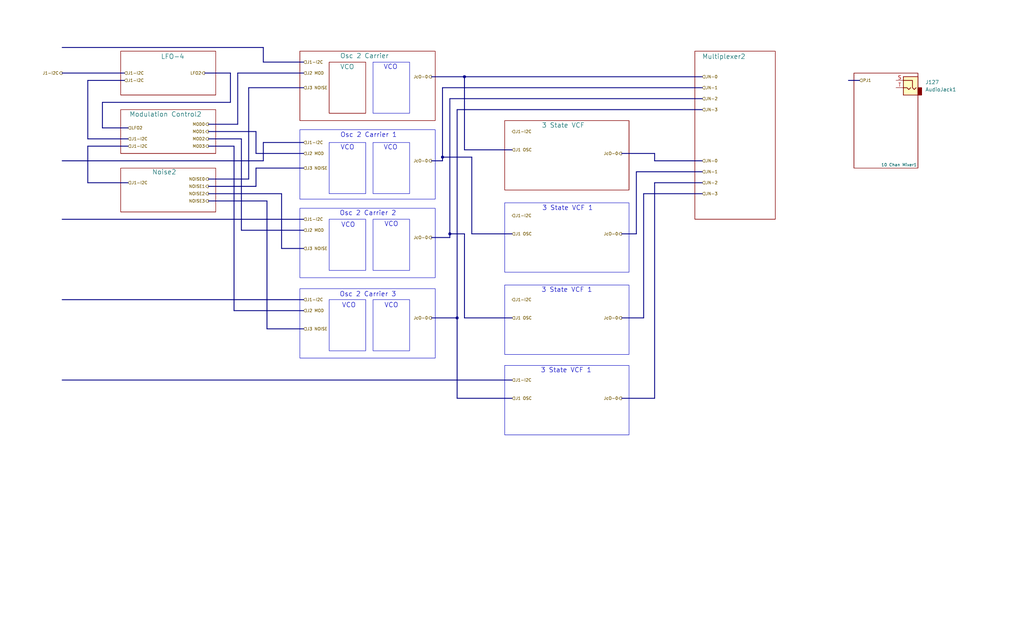
<source format=kicad_sch>
(kicad_sch
	(version 20250114)
	(generator "eeschema")
	(generator_version "9.0")
	(uuid "52f89f15-738b-44ea-b3f6-97e0aaa596b8")
	(paper "USLegal")
	(lib_symbols
		(symbol "Connector:AudioJack2"
			(exclude_from_sim no)
			(in_bom yes)
			(on_board yes)
			(property "Reference" "J"
				(at 0 8.89 0)
				(effects
					(font
						(size 1.27 1.27)
					)
				)
			)
			(property "Value" "AudioJack2"
				(at 0 6.35 0)
				(effects
					(font
						(size 1.27 1.27)
					)
				)
			)
			(property "Footprint" ""
				(at 0 0 0)
				(effects
					(font
						(size 1.27 1.27)
					)
					(hide yes)
				)
			)
			(property "Datasheet" "~"
				(at 0 0 0)
				(effects
					(font
						(size 1.27 1.27)
					)
					(hide yes)
				)
			)
			(property "Description" "Audio Jack, 2 Poles (Mono / TS)"
				(at 0 0 0)
				(effects
					(font
						(size 1.27 1.27)
					)
					(hide yes)
				)
			)
			(property "ki_keywords" "audio jack receptacle mono phone headphone TS connector"
				(at 0 0 0)
				(effects
					(font
						(size 1.27 1.27)
					)
					(hide yes)
				)
			)
			(property "ki_fp_filters" "Jack*"
				(at 0 0 0)
				(effects
					(font
						(size 1.27 1.27)
					)
					(hide yes)
				)
			)
			(symbol "AudioJack2_0_1"
				(rectangle
					(start -3.81 0)
					(end -2.54 -2.54)
					(stroke
						(width 0.254)
						(type default)
					)
					(fill
						(type outline)
					)
				)
				(rectangle
					(start -2.54 3.81)
					(end 2.54 -2.54)
					(stroke
						(width 0.254)
						(type default)
					)
					(fill
						(type background)
					)
				)
				(polyline
					(pts
						(xy 0 0) (xy 0.635 -0.635) (xy 1.27 0) (xy 2.54 0)
					)
					(stroke
						(width 0.254)
						(type default)
					)
					(fill
						(type none)
					)
				)
				(polyline
					(pts
						(xy 2.54 2.54) (xy -0.635 2.54) (xy -0.635 0) (xy -1.27 -0.635) (xy -1.905 0)
					)
					(stroke
						(width 0.254)
						(type default)
					)
					(fill
						(type none)
					)
				)
			)
			(symbol "AudioJack2_1_1"
				(pin passive line
					(at 5.08 2.54 180)
					(length 2.54)
					(name "~"
						(effects
							(font
								(size 1.27 1.27)
							)
						)
					)
					(number "S"
						(effects
							(font
								(size 1.27 1.27)
							)
						)
					)
				)
				(pin passive line
					(at 5.08 0 180)
					(length 2.54)
					(name "~"
						(effects
							(font
								(size 1.27 1.27)
							)
						)
					)
					(number "T"
						(effects
							(font
								(size 1.27 1.27)
							)
						)
					)
				)
			)
			(embedded_fonts no)
		)
	)
	(rectangle
		(start 175.26 99.06)
		(end 218.44 123.19)
		(stroke
			(width 0)
			(type default)
		)
		(fill
			(type none)
		)
		(uuid 06bafebf-7b34-4465-a7fd-d820820038f9)
	)
	(rectangle
		(start 129.54 49.53)
		(end 142.24 67.31)
		(stroke
			(width 0)
			(type default)
		)
		(fill
			(type none)
		)
		(uuid 1d74317b-7a11-4034-ae81-96a27b92dfe8)
	)
	(rectangle
		(start 114.3 104.14)
		(end 127 121.92)
		(stroke
			(width 0)
			(type default)
		)
		(fill
			(type none)
		)
		(uuid 2047de3e-6b25-420d-afcd-ad8c13bb3601)
	)
	(rectangle
		(start 129.54 104.14)
		(end 142.24 121.92)
		(stroke
			(width 0)
			(type default)
		)
		(fill
			(type none)
		)
		(uuid 4a17f56d-15e7-47f2-ad8a-ccbc61cdfea5)
	)
	(rectangle
		(start 129.54 76.2)
		(end 142.24 93.98)
		(stroke
			(width 0)
			(type default)
		)
		(fill
			(type none)
		)
		(uuid 760cf72b-5741-4b72-b5de-2aeaecb926f2)
	)
	(rectangle
		(start 175.26 70.485)
		(end 218.44 94.615)
		(stroke
			(width 0)
			(type default)
		)
		(fill
			(type none)
		)
		(uuid 7cc3ba2a-5017-4f76-95b5-424d1c11b366)
	)
	(rectangle
		(start 104.14 45.085)
		(end 151.13 69.215)
		(stroke
			(width 0)
			(type default)
		)
		(fill
			(type none)
		)
		(uuid 9634f89f-9562-4227-9ffa-42d1d936c177)
	)
	(rectangle
		(start 104.14 100.33)
		(end 151.13 124.46)
		(stroke
			(width 0)
			(type default)
		)
		(fill
			(type none)
		)
		(uuid 9da53a98-c756-411c-9ba0-0c5d64a8d604)
	)
	(rectangle
		(start 104.14 72.39)
		(end 151.13 96.52)
		(stroke
			(width 0)
			(type default)
		)
		(fill
			(type none)
		)
		(uuid a5a93ac0-1d96-41de-a2c7-e8ba29d3cd83)
	)
	(rectangle
		(start 129.54 21.59)
		(end 142.24 39.37)
		(stroke
			(width 0)
			(type default)
		)
		(fill
			(type none)
		)
		(uuid b76838f3-2b60-4a0e-b10b-583301d69ca0)
	)
	(rectangle
		(start 114.3 76.2)
		(end 127 93.98)
		(stroke
			(width 0)
			(type default)
		)
		(fill
			(type none)
		)
		(uuid cfbcad59-776c-4acd-bf44-413e9d1c6ce4)
	)
	(rectangle
		(start 114.3 49.53)
		(end 127 67.31)
		(stroke
			(width 0)
			(type default)
		)
		(fill
			(type none)
		)
		(uuid d272d6e2-725d-4ea7-92a8-ccea4db9c622)
	)
	(rectangle
		(start 175.26 127)
		(end 218.44 151.13)
		(stroke
			(width 0)
			(type default)
		)
		(fill
			(type none)
		)
		(uuid ec48170a-5d75-4f7a-988e-d6996bc968ec)
	)
	(text "VCO"
		(exclude_from_sim no)
		(at 120.65 51.308 0)
		(effects
			(font
				(size 1.6256 1.6256)
			)
		)
		(uuid "20676c54-f4d7-493d-b388-ebb07fe35721")
	)
	(text "Osc 2 Carrier 2"
		(exclude_from_sim no)
		(at 127.762 74.168 0)
		(effects
			(font
				(size 1.6256 1.6256)
			)
		)
		(uuid "35f39407-1a6e-4845-8234-2579f91af6d7")
	)
	(text "3 State VCF 1"
		(exclude_from_sim no)
		(at 196.596 128.778 0)
		(effects
			(font
				(size 1.6256 1.6256)
			)
		)
		(uuid "3f99b0fc-876a-403c-9c7f-7b8f450a7bcb")
	)
	(text "3 State VCF 1"
		(exclude_from_sim no)
		(at 197.104 72.39 0)
		(effects
			(font
				(size 1.6256 1.6256)
			)
		)
		(uuid "5413774f-ef59-438d-8ab9-8e86b11298e6")
	)
	(text "Osc 2 Carrier 1"
		(exclude_from_sim no)
		(at 128.016 46.99 0)
		(effects
			(font
				(size 1.6256 1.6256)
			)
		)
		(uuid "60a4e51d-1f67-47fa-b7ec-53ab4edf5e94")
	)
	(text "Osc 2 Carrier 3"
		(exclude_from_sim no)
		(at 127.762 102.362 0)
		(effects
			(font
				(size 1.6256 1.6256)
			)
		)
		(uuid "a4d49187-3caf-4b5e-8610-05290aef4105")
	)
	(text "3 State VCF 1"
		(exclude_from_sim no)
		(at 196.85 100.838 0)
		(effects
			(font
				(size 1.6256 1.6256)
			)
		)
		(uuid "bab99596-b535-436a-a9ab-7be45501721c")
	)
	(text "VCO"
		(exclude_from_sim no)
		(at 120.904 78.232 0)
		(effects
			(font
				(size 1.6256 1.6256)
			)
		)
		(uuid "c9573cdb-a3ae-400b-9e44-2844b8eb8150")
	)
	(text "VCO"
		(exclude_from_sim no)
		(at 135.89 77.978 0)
		(effects
			(font
				(size 1.6256 1.6256)
			)
		)
		(uuid "d1ec6f1c-2dfc-4f99-a5b6-3cf4df4d1514")
	)
	(text "VCO"
		(exclude_from_sim no)
		(at 135.89 106.172 0)
		(effects
			(font
				(size 1.6256 1.6256)
			)
		)
		(uuid "df6a50d6-7795-496b-8a43-e6fc1792fa4b")
	)
	(text "VCO"
		(exclude_from_sim no)
		(at 135.636 51.308 0)
		(effects
			(font
				(size 1.6256 1.6256)
			)
		)
		(uuid "e210a177-74db-43b5-9012-e6501b5ab067")
	)
	(text "VCO"
		(exclude_from_sim no)
		(at 121.158 106.172 0)
		(effects
			(font
				(size 1.6256 1.6256)
			)
		)
		(uuid "ee675c22-0fea-4862-8f85-54fda3f90fff")
	)
	(text "VCO"
		(exclude_from_sim no)
		(at 135.636 23.368 0)
		(effects
			(font
				(size 1.6256 1.6256)
			)
		)
		(uuid "f8a84d3d-b292-4fb6-9f79-5d657e1a6174")
	)
	(junction
		(at 153.67 54.61)
		(diameter 0)
		(color 0 0 0 0)
		(uuid "02de8e54-15f7-4cf0-ac2d-0d6a7f5d558d")
	)
	(junction
		(at 161.29 26.67)
		(diameter 0)
		(color 0 0 0 0)
		(uuid "0dc2d66c-9491-42c6-aec5-91de71c078ac")
	)
	(junction
		(at 158.75 110.49)
		(diameter 0)
		(color 0 0 0 0)
		(uuid "d7182aae-706d-40e7-8b5d-2df9589e1c5f")
	)
	(junction
		(at 156.21 81.28)
		(diameter 0)
		(color 0 0 0 0)
		(uuid "d8dd5d4d-dd47-4deb-87ac-c7f8bfaab64d")
	)
	(bus
		(pts
			(xy 223.52 67.31) (xy 223.52 110.49)
		)
		(stroke
			(width 0)
			(type default)
		)
		(uuid "0dce0768-c0f9-4785-ab68-53051c476f02")
	)
	(bus
		(pts
			(xy 83.82 48.26) (xy 83.82 80.01)
		)
		(stroke
			(width 0)
			(type default)
		)
		(uuid "0e23cf4d-a92a-436e-a448-efd271051e83")
	)
	(bus
		(pts
			(xy 158.75 110.49) (xy 149.86 110.49)
		)
		(stroke
			(width 0)
			(type default)
		)
		(uuid "0efd2423-ab99-4006-bbb6-5e4532b91bc6")
	)
	(bus
		(pts
			(xy 80.01 25.4) (xy 80.01 35.56)
		)
		(stroke
			(width 0)
			(type default)
		)
		(uuid "10146510-a966-48fe-a38c-268a56e8a0c8")
	)
	(bus
		(pts
			(xy 92.71 114.3) (xy 105.41 114.3)
		)
		(stroke
			(width 0)
			(type default)
		)
		(uuid "108e3e89-2ae7-4a00-a3ab-15fc5c775713")
	)
	(bus
		(pts
			(xy 153.67 55.88) (xy 153.67 54.61)
		)
		(stroke
			(width 0)
			(type default)
		)
		(uuid "1268018a-3d8f-4152-a4f6-5d97387ce9e8")
	)
	(bus
		(pts
			(xy 30.48 63.5) (xy 44.45 63.5)
		)
		(stroke
			(width 0)
			(type default)
		)
		(uuid "175f5a0b-5a3b-4a8a-83ce-7fa54e3ce339")
	)
	(bus
		(pts
			(xy 149.86 26.67) (xy 161.29 26.67)
		)
		(stroke
			(width 0)
			(type default)
		)
		(uuid "19a69a1e-46cf-4d68-9fd5-1116bdc2c056")
	)
	(bus
		(pts
			(xy 21.59 16.51) (xy 91.44 16.51)
		)
		(stroke
			(width 0)
			(type default)
		)
		(uuid "1a8b85c8-2ba0-4f54-aaa3-61ac496b1f4d")
	)
	(bus
		(pts
			(xy 153.67 55.88) (xy 149.86 55.88)
		)
		(stroke
			(width 0)
			(type default)
		)
		(uuid "1ff479c6-9c76-4ce5-9910-3e24d5cd2a45")
	)
	(bus
		(pts
			(xy 72.39 67.31) (xy 97.79 67.31)
		)
		(stroke
			(width 0)
			(type default)
		)
		(uuid "28255f78-b77d-4bc4-8719-5810d761c8c8")
	)
	(bus
		(pts
			(xy 227.33 55.88) (xy 227.33 53.34)
		)
		(stroke
			(width 0)
			(type default)
		)
		(uuid "286d4e6e-f6ee-4211-a802-90560d726da6")
	)
	(bus
		(pts
			(xy 161.29 52.07) (xy 177.8 52.07)
		)
		(stroke
			(width 0)
			(type default)
		)
		(uuid "2889f637-bb51-4b6c-9927-b627b61271e8")
	)
	(bus
		(pts
			(xy 215.9 53.34) (xy 227.33 53.34)
		)
		(stroke
			(width 0)
			(type default)
		)
		(uuid "2ab4218d-0aa2-4b74-82fc-6f1057c6a833")
	)
	(bus
		(pts
			(xy 153.67 30.48) (xy 153.67 54.61)
		)
		(stroke
			(width 0)
			(type default)
		)
		(uuid "2cf4dcd2-b1da-4f02-8f48-ac831706451f")
	)
	(bus
		(pts
			(xy 163.83 54.61) (xy 153.67 54.61)
		)
		(stroke
			(width 0)
			(type default)
		)
		(uuid "32424b5e-dacf-4c28-b7b8-c1850540d657")
	)
	(bus
		(pts
			(xy 215.9 138.43) (xy 227.33 138.43)
		)
		(stroke
			(width 0)
			(type default)
		)
		(uuid "33c1c8e7-b582-4142-8a09-eac33a74385e")
	)
	(bus
		(pts
			(xy 158.75 138.43) (xy 158.75 110.49)
		)
		(stroke
			(width 0)
			(type default)
		)
		(uuid "34d7d609-e1e8-4cf2-9a7b-35a2977f79f1")
	)
	(bus
		(pts
			(xy 72.39 69.85) (xy 92.71 69.85)
		)
		(stroke
			(width 0)
			(type default)
		)
		(uuid "38261958-d350-408d-8011-397061f9a2c5")
	)
	(bus
		(pts
			(xy 83.82 80.01) (xy 105.41 80.01)
		)
		(stroke
			(width 0)
			(type default)
		)
		(uuid "38b08af2-7b71-4301-8ab1-2f26144e8269")
	)
	(bus
		(pts
			(xy 215.9 81.28) (xy 220.98 81.28)
		)
		(stroke
			(width 0)
			(type default)
		)
		(uuid "39cacdf9-6730-4d09-acf9-8c012e39f12e")
	)
	(bus
		(pts
			(xy 161.29 26.67) (xy 243.84 26.67)
		)
		(stroke
			(width 0)
			(type default)
		)
		(uuid "4188cec7-fce0-49ef-9667-7810b87d9b1d")
	)
	(bus
		(pts
			(xy 156.21 82.55) (xy 156.21 81.28)
		)
		(stroke
			(width 0)
			(type default)
		)
		(uuid "43e32a42-b29b-41d6-ba48-5f9114775e25")
	)
	(bus
		(pts
			(xy 88.9 53.34) (xy 88.9 45.72)
		)
		(stroke
			(width 0)
			(type default)
		)
		(uuid "45f4a209-9990-4685-8495-cbdf07b15c64")
	)
	(bus
		(pts
			(xy 153.67 30.48) (xy 243.84 30.48)
		)
		(stroke
			(width 0)
			(type default)
		)
		(uuid "474e1d88-f9ac-4085-9eb0-789ad822a1ef")
	)
	(bus
		(pts
			(xy 156.21 82.55) (xy 149.86 82.55)
		)
		(stroke
			(width 0)
			(type default)
		)
		(uuid "4d4b4707-1b5e-4ece-9e50-940450854c92")
	)
	(bus
		(pts
			(xy 227.33 63.5) (xy 227.33 138.43)
		)
		(stroke
			(width 0)
			(type default)
		)
		(uuid "4e3dfe8a-123e-4274-b10c-6e1a517e5f5e")
	)
	(bus
		(pts
			(xy 35.56 35.56) (xy 80.01 35.56)
		)
		(stroke
			(width 0)
			(type default)
		)
		(uuid "4e428653-a227-410f-97d8-69022d1f3b66")
	)
	(bus
		(pts
			(xy 82.55 25.4) (xy 82.55 43.18)
		)
		(stroke
			(width 0)
			(type default)
		)
		(uuid "52487a37-e801-4482-8c22-ac586c6e32ca")
	)
	(bus
		(pts
			(xy 220.98 59.69) (xy 243.84 59.69)
		)
		(stroke
			(width 0)
			(type default)
		)
		(uuid "5536c792-34f3-40ee-9075-1483b579b0fd")
	)
	(bus
		(pts
			(xy 21.59 76.2) (xy 105.41 76.2)
		)
		(stroke
			(width 0)
			(type default)
		)
		(uuid "5a1bdbba-bd02-4f8e-8065-8690b7755e5e")
	)
	(bus
		(pts
			(xy 158.75 38.1) (xy 158.75 110.49)
		)
		(stroke
			(width 0)
			(type default)
		)
		(uuid "5acc681b-f1c5-4b02-af55-1d1952576537")
	)
	(bus
		(pts
			(xy 71.12 25.4) (xy 80.01 25.4)
		)
		(stroke
			(width 0)
			(type default)
		)
		(uuid "5d291463-c96a-4820-9988-5be659afe456")
	)
	(bus
		(pts
			(xy 227.33 63.5) (xy 243.84 63.5)
		)
		(stroke
			(width 0)
			(type default)
		)
		(uuid "5db8395f-3672-4b0b-bbe2-5225fbec2f84")
	)
	(bus
		(pts
			(xy 72.39 50.8) (xy 81.28 50.8)
		)
		(stroke
			(width 0)
			(type default)
		)
		(uuid "64e040c7-e00b-46af-beae-90946fab0aed")
	)
	(bus
		(pts
			(xy 215.9 110.49) (xy 223.52 110.49)
		)
		(stroke
			(width 0)
			(type default)
		)
		(uuid "669c311d-ec58-4937-bd1a-7bd9433c23a9")
	)
	(bus
		(pts
			(xy 88.9 58.42) (xy 105.41 58.42)
		)
		(stroke
			(width 0)
			(type default)
		)
		(uuid "69239371-0197-4070-888e-3a16650d8b0a")
	)
	(bus
		(pts
			(xy 161.29 110.49) (xy 161.29 81.28)
		)
		(stroke
			(width 0)
			(type default)
		)
		(uuid "6e48a950-f4f5-4e46-adc7-bb99e3dc7cf5")
	)
	(bus
		(pts
			(xy 88.9 64.77) (xy 88.9 58.42)
		)
		(stroke
			(width 0)
			(type default)
		)
		(uuid "6e5be6b0-08c4-409e-882e-358e5a25c1bb")
	)
	(bus
		(pts
			(xy 294.64 27.94) (xy 298.45 27.94)
		)
		(stroke
			(width 0)
			(type default)
		)
		(uuid "71fa616e-f561-4fc4-aed1-413af2ab6afb")
	)
	(bus
		(pts
			(xy 92.71 69.85) (xy 92.71 114.3)
		)
		(stroke
			(width 0)
			(type default)
		)
		(uuid "728d5a6b-acc5-4919-b5fb-425d08b96eb9")
	)
	(bus
		(pts
			(xy 30.48 48.26) (xy 44.45 48.26)
		)
		(stroke
			(width 0)
			(type default)
		)
		(uuid "79eda870-a656-41a8-b04c-62d38107057f")
	)
	(bus
		(pts
			(xy 227.33 55.88) (xy 243.84 55.88)
		)
		(stroke
			(width 0)
			(type default)
		)
		(uuid "7a39a14c-0cb0-4e3d-9d4d-ece7391f21b3")
	)
	(bus
		(pts
			(xy 91.44 21.59) (xy 105.41 21.59)
		)
		(stroke
			(width 0)
			(type default)
		)
		(uuid "7c2bd6f6-c0fe-4001-acda-6ce6fadf424c")
	)
	(bus
		(pts
			(xy 72.39 45.72) (xy 88.9 45.72)
		)
		(stroke
			(width 0)
			(type default)
		)
		(uuid "7c746f0b-57a0-42cd-944d-cf97a0786eec")
	)
	(bus
		(pts
			(xy 158.75 38.1) (xy 243.84 38.1)
		)
		(stroke
			(width 0)
			(type default)
		)
		(uuid "7d89b15d-fb2f-4179-ac23-0fef645e6eea")
	)
	(bus
		(pts
			(xy 30.48 50.8) (xy 30.48 63.5)
		)
		(stroke
			(width 0)
			(type default)
		)
		(uuid "81a69dfd-e636-40d8-9efd-e2b333c39387")
	)
	(bus
		(pts
			(xy 21.59 132.08) (xy 177.8 132.08)
		)
		(stroke
			(width 0)
			(type default)
		)
		(uuid "85638f21-0e46-494c-a0e6-3673c9f7208c")
	)
	(bus
		(pts
			(xy 72.39 62.23) (xy 86.36 62.23)
		)
		(stroke
			(width 0)
			(type default)
		)
		(uuid "8630df4a-c9e8-45ed-964d-0d56a73984d0")
	)
	(bus
		(pts
			(xy 156.21 34.29) (xy 156.21 81.28)
		)
		(stroke
			(width 0)
			(type default)
		)
		(uuid "869f51e2-2084-4199-bf3b-2a248773d823")
	)
	(bus
		(pts
			(xy 30.48 27.94) (xy 30.48 48.26)
		)
		(stroke
			(width 0)
			(type default)
		)
		(uuid "8bc4aa70-7ee1-46a7-a4c0-0636ba22ce73")
	)
	(bus
		(pts
			(xy 91.44 49.53) (xy 105.41 49.53)
		)
		(stroke
			(width 0)
			(type default)
		)
		(uuid "93948eb3-878d-437f-b6df-7f68e53a9fcd")
	)
	(bus
		(pts
			(xy 91.44 49.53) (xy 91.44 55.88)
		)
		(stroke
			(width 0)
			(type default)
		)
		(uuid "98f07a65-2b23-41b1-9f10-0f4939462cb7")
	)
	(bus
		(pts
			(xy 161.29 110.49) (xy 177.8 110.49)
		)
		(stroke
			(width 0)
			(type default)
		)
		(uuid "99915499-5aaf-40ab-be85-d2afd51bff41")
	)
	(bus
		(pts
			(xy 220.98 59.69) (xy 220.98 81.28)
		)
		(stroke
			(width 0)
			(type default)
		)
		(uuid "9a03f51b-0260-4568-81c2-32835175e94f")
	)
	(bus
		(pts
			(xy 21.59 55.88) (xy 91.44 55.88)
		)
		(stroke
			(width 0)
			(type default)
		)
		(uuid "9cab0080-f82d-4d4a-877a-5c0db8dd12ed")
	)
	(bus
		(pts
			(xy 21.59 25.4) (xy 43.18 25.4)
		)
		(stroke
			(width 0)
			(type default)
		)
		(uuid "9e45d599-ad92-4c36-b7a2-155f4a30ae22")
	)
	(bus
		(pts
			(xy 72.39 64.77) (xy 88.9 64.77)
		)
		(stroke
			(width 0)
			(type default)
		)
		(uuid "a003e3a1-0378-4c6f-8a78-442db17b7dee")
	)
	(bus
		(pts
			(xy 35.56 35.56) (xy 35.56 44.45)
		)
		(stroke
			(width 0)
			(type default)
		)
		(uuid "a24e683e-ee58-4424-93e6-3810afd5ea42")
	)
	(bus
		(pts
			(xy 97.79 86.36) (xy 105.41 86.36)
		)
		(stroke
			(width 0)
			(type default)
		)
		(uuid "a44fc3e2-115a-46d1-95af-7a4d955bb755")
	)
	(bus
		(pts
			(xy 21.59 104.14) (xy 105.41 104.14)
		)
		(stroke
			(width 0)
			(type default)
		)
		(uuid "a4f2fd26-be8e-4bae-9cc5-c6b2350da158")
	)
	(bus
		(pts
			(xy 97.79 67.31) (xy 97.79 86.36)
		)
		(stroke
			(width 0)
			(type default)
		)
		(uuid "a6dc5745-95ae-45c1-9c27-db9c1ae1e7d0")
	)
	(bus
		(pts
			(xy 158.75 138.43) (xy 177.8 138.43)
		)
		(stroke
			(width 0)
			(type default)
		)
		(uuid "b32066a0-be8e-4617-a4d3-5956b98c10f2")
	)
	(bus
		(pts
			(xy 30.48 50.8) (xy 44.45 50.8)
		)
		(stroke
			(width 0)
			(type default)
		)
		(uuid "b8e2252a-edfb-406f-95b5-bf9804d29be5")
	)
	(bus
		(pts
			(xy 223.52 67.31) (xy 243.84 67.31)
		)
		(stroke
			(width 0)
			(type default)
		)
		(uuid "bec0f51d-7d1a-4a98-a372-c07cbaf4dd6a")
	)
	(bus
		(pts
			(xy 30.48 27.94) (xy 43.18 27.94)
		)
		(stroke
			(width 0)
			(type default)
		)
		(uuid "c1cee1be-5e7f-410b-93d3-0a12c5ae9bc6")
	)
	(bus
		(pts
			(xy 86.36 30.48) (xy 105.41 30.48)
		)
		(stroke
			(width 0)
			(type default)
		)
		(uuid "c2956d69-efe9-4f98-8cb4-b455e0c7ead3")
	)
	(bus
		(pts
			(xy 82.55 25.4) (xy 105.41 25.4)
		)
		(stroke
			(width 0)
			(type default)
		)
		(uuid "c2cd283e-4ed8-470c-9d48-1010bb3fc15a")
	)
	(bus
		(pts
			(xy 88.9 53.34) (xy 105.41 53.34)
		)
		(stroke
			(width 0)
			(type default)
		)
		(uuid "c6249213-9aff-4cd0-ad22-4334fff0d58d")
	)
	(bus
		(pts
			(xy 163.83 81.28) (xy 163.83 54.61)
		)
		(stroke
			(width 0)
			(type default)
		)
		(uuid "c7c23297-3413-4e4c-857c-96bfcc0b035d")
	)
	(bus
		(pts
			(xy 86.36 30.48) (xy 86.36 62.23)
		)
		(stroke
			(width 0)
			(type default)
		)
		(uuid "cdd7a9f5-8344-4547-ba49-cb233da20a46")
	)
	(bus
		(pts
			(xy 161.29 81.28) (xy 156.21 81.28)
		)
		(stroke
			(width 0)
			(type default)
		)
		(uuid "d5f95033-5096-4e42-a3e2-01af8a509cb1")
	)
	(bus
		(pts
			(xy 35.56 44.45) (xy 44.45 44.45)
		)
		(stroke
			(width 0)
			(type default)
		)
		(uuid "dcfb5e02-ff02-4475-879e-20a266d5be24")
	)
	(bus
		(pts
			(xy 91.44 21.59) (xy 91.44 16.51)
		)
		(stroke
			(width 0)
			(type default)
		)
		(uuid "dec294ca-9f4a-4c18-8c97-189e3229fa08")
	)
	(bus
		(pts
			(xy 72.39 43.18) (xy 82.55 43.18)
		)
		(stroke
			(width 0)
			(type default)
		)
		(uuid "e58b130d-7a57-4376-8169-e9aeb8403f66")
	)
	(bus
		(pts
			(xy 163.83 81.28) (xy 177.8 81.28)
		)
		(stroke
			(width 0)
			(type default)
		)
		(uuid "e970cbaf-4a03-4b97-9de3-bf86280e6b99")
	)
	(bus
		(pts
			(xy 72.39 48.26) (xy 83.82 48.26)
		)
		(stroke
			(width 0)
			(type default)
		)
		(uuid "ed19499c-0279-45ee-a71e-3d09c3bc2c60")
	)
	(bus
		(pts
			(xy 81.28 107.95) (xy 105.41 107.95)
		)
		(stroke
			(width 0)
			(type default)
		)
		(uuid "f1a184c1-6b92-4008-8a22-703f621ff70b")
	)
	(bus
		(pts
			(xy 81.28 50.8) (xy 81.28 107.95)
		)
		(stroke
			(width 0)
			(type default)
		)
		(uuid "f3bd8018-cc87-4225-b2bf-14b6942e6893")
	)
	(bus
		(pts
			(xy 161.29 26.67) (xy 161.29 52.07)
		)
		(stroke
			(width 0)
			(type default)
		)
		(uuid "f9c9d30d-03ff-49db-a2e3-5733920124cc")
	)
	(bus
		(pts
			(xy 156.21 34.29) (xy 243.84 34.29)
		)
		(stroke
			(width 0)
			(type default)
		)
		(uuid "ffaafb05-8229-4c04-8473-3d9dfa3bbacb")
	)
	(hierarchical_label "J1-I2C"
		(shape input)
		(at 105.41 49.53 0)
		(effects
			(font
				(size 1.016 1.016)
			)
			(justify left)
		)
		(uuid "0041883f-5a54-4bfa-b655-2183145f9290")
	)
	(hierarchical_label "J1-I2C"
		(shape output)
		(at 21.59 25.4 180)
		(effects
			(font
				(size 1.016 1.016)
			)
			(justify right)
		)
		(uuid "0474142c-8679-48e1-af47-bdb614adb3f3")
	)
	(hierarchical_label "J2 MOD"
		(shape input)
		(at 105.41 25.4 0)
		(effects
			(font
				(size 1.016 1.016)
			)
			(justify left)
		)
		(uuid "077dab24-19d3-42f0-8320-e7b873449643")
	)
	(hierarchical_label "J1-I2C"
		(shape input)
		(at 177.8 74.93 0)
		(effects
			(font
				(size 1.016 1.016)
			)
			(justify left)
		)
		(uuid "0895aacb-d6cf-4b84-a1a5-9c58d9731ff0")
	)
	(hierarchical_label "J2 MOD"
		(shape input)
		(at 105.41 107.95 0)
		(effects
			(font
				(size 1.016 1.016)
			)
			(justify left)
		)
		(uuid "092c0f91-ba10-4961-8c8f-723247b036cb")
	)
	(hierarchical_label "J1-I2C"
		(shape input)
		(at 43.18 27.94 0)
		(effects
			(font
				(size 1.016 1.016)
			)
			(justify left)
		)
		(uuid "123b02b0-349a-4270-9b6b-fde486aa5c78")
	)
	(hierarchical_label "JcO-0"
		(shape output)
		(at 215.9 138.43 180)
		(effects
			(font
				(size 1.016 1.016)
			)
			(justify right)
		)
		(uuid "18268711-d8cb-4b03-908b-002defe980a2")
	)
	(hierarchical_label "J2 MOD"
		(shape input)
		(at 105.41 53.34 0)
		(effects
			(font
				(size 1.016 1.016)
			)
			(justify left)
		)
		(uuid "1988ed85-d42a-42a1-b00c-7ea43eafff99")
	)
	(hierarchical_label "J1-I2C"
		(shape input)
		(at 177.8 132.08 0)
		(effects
			(font
				(size 1.016 1.016)
			)
			(justify left)
		)
		(uuid "2740131d-b2b7-49c1-99f1-940dba2af691")
	)
	(hierarchical_label "MOD2"
		(shape output)
		(at 72.39 48.26 180)
		(effects
			(font
				(size 1.016 1.016)
			)
			(justify right)
		)
		(uuid "284c078b-2689-4fb3-9514-2caa51a10d97")
	)
	(hierarchical_label "MOD1"
		(shape output)
		(at 72.39 45.72 180)
		(effects
			(font
				(size 1.016 1.016)
			)
			(justify right)
		)
		(uuid "3344fc39-f7f1-4111-8eff-a43c5874e72b")
	)
	(hierarchical_label "J1-I2C"
		(shape input)
		(at 177.8 104.14 0)
		(effects
			(font
				(size 1.016 1.016)
			)
			(justify left)
		)
		(uuid "3c58bbb0-6971-45ea-9dfc-0c9eaaeafa61")
	)
	(hierarchical_label "NOISE0"
		(shape output)
		(at 72.39 62.23 180)
		(effects
			(font
				(size 1.016 1.016)
			)
			(justify right)
		)
		(uuid "40f96564-32cc-40f5-87d9-d37962206a4b")
	)
	(hierarchical_label "J1 OSC"
		(shape input)
		(at 177.8 81.28 0)
		(effects
			(font
				(size 1.016 1.016)
			)
			(justify left)
		)
		(uuid "450ed2b6-fedf-4eeb-b936-2d8717e8ecca")
	)
	(hierarchical_label "JcO-0"
		(shape output)
		(at 215.9 53.34 180)
		(effects
			(font
				(size 1.016 1.016)
			)
			(justify right)
		)
		(uuid "4f705ff3-d10b-426f-8f56-b095eedae4a0")
	)
	(hierarchical_label "J1 OSC"
		(shape input)
		(at 177.8 52.07 0)
		(effects
			(font
				(size 1.016 1.016)
			)
			(justify left)
		)
		(uuid "576f9521-f7da-4bb3-a224-f5b142ad910e")
	)
	(hierarchical_label "PJ1"
		(shape input)
		(at 298.45 27.94 0)
		(effects
			(font
				(size 1.016 1.016)
			)
			(justify left)
		)
		(uuid "58f6ebc6-e213-484e-b2e3-7685f5c2626e")
	)
	(hierarchical_label "JcO-0"
		(shape output)
		(at 149.86 110.49 180)
		(effects
			(font
				(size 1.016 1.016)
			)
			(justify right)
		)
		(uuid "59128ed6-c953-40f8-9659-e7fdb9f5da93")
	)
	(hierarchical_label "J3 NOISE"
		(shape input)
		(at 105.41 86.36 0)
		(effects
			(font
				(size 1.016 1.016)
			)
			(justify left)
		)
		(uuid "596a9759-4425-4a35-999f-7da88f2024d6")
	)
	(hierarchical_label "JN-2"
		(shape input)
		(at 243.84 34.29 0)
		(effects
			(font
				(size 1.016 1.016)
			)
			(justify left)
		)
		(uuid "5f58fab2-fe32-48ec-ba89-afe0c7aacb32")
	)
	(hierarchical_label "JcO-0"
		(shape output)
		(at 149.86 26.67 180)
		(effects
			(font
				(size 1.016 1.016)
			)
			(justify right)
		)
		(uuid "621f4f3f-c8b9-418e-967a-4a1faad8ad38")
	)
	(hierarchical_label "JN-0"
		(shape input)
		(at 243.84 26.67 0)
		(effects
			(font
				(size 1.016 1.016)
			)
			(justify left)
		)
		(uuid "6a4d59e0-1639-4305-8fd7-44797d2dcead")
	)
	(hierarchical_label "JN-3"
		(shape input)
		(at 243.84 38.1 0)
		(effects
			(font
				(size 1.016 1.016)
			)
			(justify left)
		)
		(uuid "77b98a8d-95ab-466d-8bfd-6400dac04e22")
	)
	(hierarchical_label "J1-I2C"
		(shape input)
		(at 44.45 48.26 0)
		(effects
			(font
				(size 1.016 1.016)
			)
			(justify left)
		)
		(uuid "7a06948a-4d26-4274-b092-c63eeeb25b23")
	)
	(hierarchical_label "J1-I2C"
		(shape input)
		(at 43.18 25.4 0)
		(effects
			(font
				(size 1.016 1.016)
			)
			(justify left)
		)
		(uuid "7dfd6de1-a936-42ad-b04a-712173eb7501")
	)
	(hierarchical_label "JN-0"
		(shape input)
		(at 243.84 55.88 0)
		(effects
			(font
				(size 1.016 1.016)
			)
			(justify left)
		)
		(uuid "82086261-aa2e-4141-830a-2e17c98af822")
	)
	(hierarchical_label "JN-1"
		(shape input)
		(at 243.84 59.69 0)
		(effects
			(font
				(size 1.016 1.016)
			)
			(justify left)
		)
		(uuid "8770dd37-1f6b-481d-9c83-ee125c35ce31")
	)
	(hierarchical_label "JcO-0"
		(shape output)
		(at 215.9 81.28 180)
		(effects
			(font
				(size 1.016 1.016)
			)
			(justify right)
		)
		(uuid "886d1cda-228e-482a-b435-82c9e2bee293")
	)
	(hierarchical_label "J1-I2C"
		(shape input)
		(at 105.41 76.2 0)
		(effects
			(font
				(size 1.016 1.016)
			)
			(justify left)
		)
		(uuid "8b030772-c3dc-48bb-94ad-dbc63bc1e3f6")
	)
	(hierarchical_label "J1-I2C"
		(shape input)
		(at 177.8 45.72 0)
		(effects
			(font
				(size 1.016 1.016)
			)
			(justify left)
		)
		(uuid "96d00ee1-6752-4a5c-866e-ffbc328a723d")
	)
	(hierarchical_label "NOISE2"
		(shape output)
		(at 72.39 67.31 180)
		(effects
			(font
				(size 1.016 1.016)
			)
			(justify right)
		)
		(uuid "9fab220e-1eac-4297-bb68-fb820dd3ac12")
	)
	(hierarchical_label "J3 NOISE"
		(shape input)
		(at 105.41 30.48 0)
		(effects
			(font
				(size 1.016 1.016)
			)
			(justify left)
		)
		(uuid "a556ab5e-988e-4592-aeab-e55ebf387520")
	)
	(hierarchical_label "JcO-0"
		(shape output)
		(at 215.9 110.49 180)
		(effects
			(font
				(size 1.016 1.016)
			)
			(justify right)
		)
		(uuid "a74581ea-aa94-4846-be4a-956f45c6b677")
	)
	(hierarchical_label "JN-1"
		(shape input)
		(at 243.84 30.48 0)
		(effects
			(font
				(size 1.016 1.016)
			)
			(justify left)
		)
		(uuid "a901f9e8-ab23-4c20-919e-4e31ac6c8425")
	)
	(hierarchical_label "MOD3"
		(shape output)
		(at 72.39 50.8 180)
		(effects
			(font
				(size 1.016 1.016)
			)
			(justify right)
		)
		(uuid "ac19f3d4-2001-4784-b81b-3365e7a641f3")
	)
	(hierarchical_label "LFO2"
		(shape input)
		(at 44.45 44.45 0)
		(effects
			(font
				(size 1.016 1.016)
			)
			(justify left)
		)
		(uuid "b3502df7-7d73-42ae-8fa7-2540404fba11")
	)
	(hierarchical_label "JcO-0"
		(shape output)
		(at 149.86 82.55 180)
		(effects
			(font
				(size 1.016 1.016)
			)
			(justify right)
		)
		(uuid "b4aa33d3-2b47-4325-ba2e-4c68932f96ab")
	)
	(hierarchical_label "J3 NOISE"
		(shape input)
		(at 105.41 58.42 0)
		(effects
			(font
				(size 1.016 1.016)
			)
			(justify left)
		)
		(uuid "b9bf9740-773d-4aa3-8a79-12c128e6d43b")
	)
	(hierarchical_label "LFO2"
		(shape output)
		(at 71.12 25.4 180)
		(effects
			(font
				(size 1.016 1.016)
			)
			(justify right)
		)
		(uuid "be7c45cf-6142-4d3d-a1c3-bb6fb91370a4")
	)
	(hierarchical_label "J2 MOD"
		(shape input)
		(at 105.41 80.01 0)
		(effects
			(font
				(size 1.016 1.016)
			)
			(justify left)
		)
		(uuid "c2f09b42-240d-4f80-9dec-b40142626435")
	)
	(hierarchical_label "NOISE3"
		(shape output)
		(at 72.39 69.85 180)
		(effects
			(font
				(size 1.016 1.016)
			)
			(justify right)
		)
		(uuid "c836e4c6-7834-4571-a967-812bad7d70fd")
	)
	(hierarchical_label "J1-I2C"
		(shape input)
		(at 44.45 50.8 0)
		(effects
			(font
				(size 1.016 1.016)
			)
			(justify left)
		)
		(uuid "d0f46f1f-1b38-4c9e-9709-0c212a50c081")
	)
	(hierarchical_label "J1-I2C"
		(shape input)
		(at 105.41 21.59 0)
		(effects
			(font
				(size 1.016 1.016)
			)
			(justify left)
		)
		(uuid "d3b4e57b-2fe6-4676-987b-0bb5d02d7af1")
	)
	(hierarchical_label "J3 NOISE"
		(shape input)
		(at 105.41 114.3 0)
		(effects
			(font
				(size 1.016 1.016)
			)
			(justify left)
		)
		(uuid "d540c418-97c5-4324-bf58-fc5ef37b60a2")
	)
	(hierarchical_label "J1-I2C"
		(shape input)
		(at 44.45 63.5 0)
		(effects
			(font
				(size 1.016 1.016)
			)
			(justify left)
		)
		(uuid "d7f9817a-f077-41a2-a91b-80be2f0f033a")
	)
	(hierarchical_label "JcO-0"
		(shape output)
		(at 149.86 55.88 180)
		(effects
			(font
				(size 1.016 1.016)
			)
			(justify right)
		)
		(uuid "de54a2ec-9400-46f6-8331-3594b8ba3616")
	)
	(hierarchical_label "J1-I2C"
		(shape input)
		(at 105.41 104.14 0)
		(effects
			(font
				(size 1.016 1.016)
			)
			(justify left)
		)
		(uuid "dea94e1f-8876-4d6a-89a6-dee3790e12c0")
	)
	(hierarchical_label "J1 OSC"
		(shape input)
		(at 177.8 138.43 0)
		(effects
			(font
				(size 1.016 1.016)
			)
			(justify left)
		)
		(uuid "e0c9fdf7-71e3-40e0-9daa-ce3511005119")
	)
	(hierarchical_label "JN-3"
		(shape input)
		(at 243.84 67.31 0)
		(effects
			(font
				(size 1.016 1.016)
			)
			(justify left)
		)
		(uuid "e650c314-7a57-4e67-a35f-47326c839081")
	)
	(hierarchical_label "MOD0"
		(shape output)
		(at 72.39 43.18 180)
		(effects
			(font
				(size 1.016 1.016)
			)
			(justify right)
		)
		(uuid "edf30b1e-411c-42cd-9fd6-e07e665810ef")
	)
	(hierarchical_label "J1 OSC"
		(shape input)
		(at 177.8 110.49 0)
		(effects
			(font
				(size 1.016 1.016)
			)
			(justify left)
		)
		(uuid "f35af82c-06d7-44e3-888a-1a9eae1b6e2d")
	)
	(hierarchical_label "NOISE1"
		(shape output)
		(at 72.39 64.77 180)
		(effects
			(font
				(size 1.016 1.016)
			)
			(justify right)
		)
		(uuid "f4c14483-997f-4e36-85bf-e7cb569dbe1f")
	)
	(hierarchical_label "JN-2"
		(shape input)
		(at 243.84 63.5 0)
		(effects
			(font
				(size 1.016 1.016)
			)
			(justify left)
		)
		(uuid "fed189b9-c1ce-4cb2-be8a-1ed66a511978")
	)
	(symbol
		(lib_id "Connector:AudioJack2")
		(at 316.23 30.48 0)
		(mirror y)
		(unit 1)
		(exclude_from_sim no)
		(in_bom yes)
		(on_board yes)
		(dnp no)
		(fields_autoplaced yes)
		(uuid "fb785194-a972-4fb8-8073-c6236ff3ee6f")
		(property "Reference" "J127"
			(at 321.31 28.575 0)
			(effects
				(font
					(size 1.27 1.27)
				)
				(justify right)
			)
		)
		(property "Value" "AudioJack1"
			(at 321.31 31.115 0)
			(effects
				(font
					(size 1.27 1.27)
				)
				(justify right)
			)
		)
		(property "Footprint" ""
			(at 316.23 30.48 0)
			(effects
				(font
					(size 1.27 1.27)
				)
				(hide yes)
			)
		)
		(property "Datasheet" "~"
			(at 316.23 30.48 0)
			(effects
				(font
					(size 1.27 1.27)
				)
				(hide yes)
			)
		)
		(property "Description" ""
			(at 316.23 30.48 0)
			(effects
				(font
					(size 1.27 1.27)
				)
				(hide yes)
			)
		)
		(pin "S"
			(uuid "c57a8283-d3e0-4da6-933f-ab8bd7f4f045")
		)
		(pin "T"
			(uuid "ac38cba3-f505-479b-883e-fd1eae45398e")
		)
		(instances
			(project "Synth32"
				(path "/718f017d-28fe-4e29-b548-40db8e21cec7/92fe7bea-64b6-40b3-8e51-c7dbcedff8cc"
					(reference "J127")
					(unit 1)
				)
			)
		)
	)
	(sheet
		(at 104.14 17.78)
		(size 46.99 24.13)
		(exclude_from_sim no)
		(in_bom yes)
		(on_board yes)
		(dnp no)
		(stroke
			(width 0.1524)
			(type solid)
		)
		(fill
			(color 0 0 0 0.0000)
		)
		(uuid "0961503a-ee36-4d85-ba6e-69b8d022a06b")
		(property "Sheetname" "Osc 2 Carrier"
			(at 118.11 20.32 0)
			(effects
				(font
					(size 1.6256 1.6256)
				)
				(justify left bottom)
			)
		)
		(property "Sheetfile" "Osc2_Carry.kicad_sch"
			(at 104.14 56.4646 0)
			(effects
				(font
					(size 1.27 1.27)
				)
				(justify left top)
				(hide yes)
			)
		)
		(instances
			(project "Synth32"
				(path "/718f017d-28fe-4e29-b548-40db8e21cec7/92fe7bea-64b6-40b3-8e51-c7dbcedff8cc"
					(page "4")
				)
			)
		)
	)
	(sheet
		(at 114.3 21.59)
		(size 12.7 17.78)
		(exclude_from_sim no)
		(in_bom yes)
		(on_board yes)
		(dnp no)
		(stroke
			(width 0.1524)
			(type solid)
		)
		(fill
			(color 0 0 0 0.0000)
		)
		(uuid "183602d7-24c4-4572-8c8c-985858bcd8c5")
		(property "Sheetname" "VCO"
			(at 118.11 24.13 0)
			(effects
				(font
					(size 1.6256 1.6256)
				)
				(justify left bottom)
			)
		)
		(property "Sheetfile" "VCO.kicad_sch"
			(at 114.3 39.9546 0)
			(effects
				(font
					(size 1.27 1.27)
				)
				(justify left top)
				(hide yes)
			)
		)
		(instances
			(project "Synth32"
				(path "/718f017d-28fe-4e29-b548-40db8e21cec7/92fe7bea-64b6-40b3-8e51-c7dbcedff8cc"
					(page "3")
				)
			)
		)
	)
	(sheet
		(at 41.91 58.42)
		(size 33.02 15.24)
		(exclude_from_sim no)
		(in_bom yes)
		(on_board yes)
		(dnp no)
		(stroke
			(width 0.1524)
			(type solid)
		)
		(fill
			(color 0 0 0 0.0000)
		)
		(uuid "368144d6-e85e-4968-b172-9b7cebe9c4ab")
		(property "Sheetname" "Noise2"
			(at 52.832 60.706 0)
			(effects
				(font
					(size 1.6256 1.6256)
				)
				(justify left bottom)
			)
		)
		(property "Sheetfile" "Noise.kicad_sch"
			(at 41.91 62.8146 0)
			(effects
				(font
					(size 1.27 1.27)
				)
				(justify left top)
				(hide yes)
			)
		)
		(instances
			(project "Synth32"
				(path "/718f017d-28fe-4e29-b548-40db8e21cec7/92fe7bea-64b6-40b3-8e51-c7dbcedff8cc"
					(page "5")
				)
			)
		)
	)
	(sheet
		(at 175.26 41.91)
		(size 43.18 24.13)
		(exclude_from_sim no)
		(in_bom yes)
		(on_board yes)
		(dnp no)
		(stroke
			(width 0.1524)
			(type solid)
		)
		(fill
			(color 0 0 0 0.0000)
		)
		(uuid "4ee2fb70-c02b-45ff-b6fc-7c263225c33f")
		(property "Sheetname" "3 State VCF"
			(at 195.58 44.45 0)
			(effects
				(font
					(size 1.6256 1.6256)
				)
				(justify bottom)
			)
		)
		(property "Sheetfile" "3PoleStateVarVCF.kicad_sch"
			(at 175.26 66.6246 0)
			(effects
				(font
					(size 1.27 1.27)
				)
				(justify left top)
				(hide yes)
			)
		)
		(instances
			(project "Synth32"
				(path "/718f017d-28fe-4e29-b548-40db8e21cec7/92fe7bea-64b6-40b3-8e51-c7dbcedff8cc"
					(page "8")
				)
			)
		)
	)
	(sheet
		(at 41.91 17.78)
		(size 33.02 15.24)
		(exclude_from_sim no)
		(in_bom yes)
		(on_board yes)
		(dnp no)
		(stroke
			(width 0.1524)
			(type solid)
		)
		(fill
			(color 0 0 0 0.0000)
		)
		(uuid "685081d3-e0cd-499e-8ff2-fc11a92f2f22")
		(property "Sheetname" "LFO-4"
			(at 55.88 20.574 0)
			(effects
				(font
					(size 1.6256 1.6256)
				)
				(justify left bottom)
			)
		)
		(property "Sheetfile" "LFO-2.kicad_sch"
			(at 41.91 36.9066 0)
			(effects
				(font
					(size 1.27 1.27)
				)
				(justify left top)
				(hide yes)
			)
		)
		(instances
			(project "Synth32"
				(path "/718f017d-28fe-4e29-b548-40db8e21cec7/92fe7bea-64b6-40b3-8e51-c7dbcedff8cc"
					(page "6")
				)
			)
		)
	)
	(sheet
		(at 41.91 38.1)
		(size 33.02 15.24)
		(exclude_from_sim no)
		(in_bom yes)
		(on_board yes)
		(dnp no)
		(stroke
			(width 0.1524)
			(type solid)
		)
		(fill
			(color 0 0 0 0.0000)
		)
		(uuid "70dff70b-ca0e-4131-a269-eb5144bb09a1")
		(property "Sheetname" "Modulation Control2"
			(at 44.958 40.64 0)
			(effects
				(font
					(size 1.6256 1.6256)
				)
				(justify left bottom)
			)
		)
		(property "Sheetfile" "ModControl.kicad_sch"
			(at 41.91 55.1946 0)
			(effects
				(font
					(size 1.27 1.27)
				)
				(justify left top)
				(hide yes)
			)
		)
		(instances
			(project "Synth32"
				(path "/718f017d-28fe-4e29-b548-40db8e21cec7/92fe7bea-64b6-40b3-8e51-c7dbcedff8cc"
					(page "7")
				)
			)
		)
	)
	(sheet
		(at 296.545 25.4)
		(size 22.225 33.02)
		(exclude_from_sim no)
		(in_bom yes)
		(on_board yes)
		(dnp no)
		(stroke
			(width 0.1524)
			(type solid)
		)
		(fill
			(color 0 0 0 0.0000)
		)
		(uuid "a58131de-3c81-4e3c-a577-8b273e08214f")
		(property "Sheetname" "10 Chan Mixer1"
			(at 305.9914 57.8939 0)
			(effects
				(font
					(size 1.016 1.016)
				)
				(justify left bottom)
			)
		)
		(property "Sheetfile" "Mixer1.kicad_sch"
			(at 296.545 71.7046 0)
			(effects
				(font
					(size 1.27 1.27)
				)
				(justify left top)
				(hide yes)
			)
		)
		(instances
			(project "Synth32"
				(path "/718f017d-28fe-4e29-b548-40db8e21cec7/92fe7bea-64b6-40b3-8e51-c7dbcedff8cc"
					(page "10")
				)
			)
		)
	)
	(sheet
		(at 241.3 17.78)
		(size 27.94 58.42)
		(exclude_from_sim no)
		(in_bom yes)
		(on_board yes)
		(dnp no)
		(stroke
			(width 0.1524)
			(type solid)
		)
		(fill
			(color 0 0 0 0.0000)
		)
		(uuid "fbf919ef-1775-4be1-9c89-ef62aa4c3250")
		(property "Sheetname" "Multiplexer2"
			(at 243.84 20.574 0)
			(effects
				(font
					(size 1.6256 1.6256)
				)
				(justify left bottom)
			)
		)
		(property "Sheetfile" "Multiplexer.kicad_sch"
			(at 241.3 71.7046 0)
			(effects
				(font
					(size 1.27 1.27)
				)
				(justify left top)
				(hide yes)
			)
		)
		(instances
			(project "Synth32"
				(path "/718f017d-28fe-4e29-b548-40db8e21cec7/92fe7bea-64b6-40b3-8e51-c7dbcedff8cc"
					(page "9")
				)
			)
		)
	)
)

</source>
